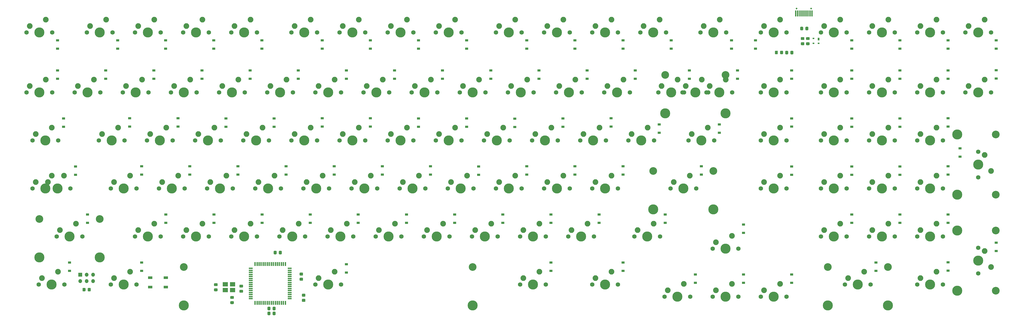
<source format=gbr>
%TF.GenerationSoftware,KiCad,Pcbnew,(5.1.6)-1*%
%TF.CreationDate,2020-07-26T12:10:16+02:00*%
%TF.ProjectId,Proyecto CFS,50726f79-6563-4746-9f20-4346532e6b69,rev?*%
%TF.SameCoordinates,Original*%
%TF.FileFunction,Soldermask,Bot*%
%TF.FilePolarity,Negative*%
%FSLAX46Y46*%
G04 Gerber Fmt 4.6, Leading zero omitted, Abs format (unit mm)*
G04 Created by KiCad (PCBNEW (5.1.6)-1) date 2020-07-26 12:10:16*
%MOMM*%
%LPD*%
G01*
G04 APERTURE LIST*
%ADD10R,0.600000X2.450000*%
%ADD11R,0.300000X2.450000*%
%ADD12C,0.650000*%
%ADD13C,2.250000*%
%ADD14C,3.987800*%
%ADD15C,1.750000*%
%ADD16R,1.200000X0.900000*%
%ADD17R,2.100000X1.800000*%
%ADD18C,3.048000*%
%ADD19R,1.800000X1.100000*%
%ADD20O,1.524000X1.524000*%
%ADD21R,1.524000X1.524000*%
%ADD22R,0.700000X1.000000*%
%ADD23R,0.700000X0.600000*%
%ADD24R,1.500000X0.550000*%
%ADD25R,0.550000X1.500000*%
G04 APERTURE END LIST*
D10*
%TO.C,USB1*%
X286675000Y-75800000D03*
X280225000Y-75800000D03*
X285900000Y-75800000D03*
X281000000Y-75800000D03*
D11*
X281700000Y-75800000D03*
X285200000Y-75800000D03*
X282200000Y-75800000D03*
X284700000Y-75800000D03*
X282700000Y-75800000D03*
X284200000Y-75800000D03*
X283700000Y-75800000D03*
X283200000Y-75800000D03*
D12*
X286340000Y-73855000D03*
X280560000Y-73855000D03*
%TD*%
D13*
%TO.C,MX79*%
X274002500Y-78263750D03*
D14*
X271462500Y-83343750D03*
D13*
X267652500Y-80803750D03*
D15*
X266382500Y-83343750D03*
X276542500Y-83343750D03*
%TD*%
D13*
%TO.C,MX45*%
X145415000Y-78263750D03*
D14*
X142875000Y-83343750D03*
D13*
X139065000Y-80803750D03*
D15*
X137795000Y-83343750D03*
X147955000Y-83343750D03*
%TD*%
D13*
%TO.C,MX95*%
X335915000Y-102076250D03*
D14*
X333375000Y-107156250D03*
D13*
X329565000Y-104616250D03*
D15*
X328295000Y-107156250D03*
X338455000Y-107156250D03*
%TD*%
D16*
%TO.C,D101*%
X359568750Y-169987500D03*
X359568750Y-166687500D03*
%TD*%
%TO.C,D99*%
X359575000Y-101650000D03*
X359575000Y-98350000D03*
%TD*%
%TO.C,D97*%
X340500000Y-177830000D03*
X340500000Y-174530000D03*
%TD*%
%TO.C,D95*%
X340518750Y-139751250D03*
X340518750Y-136451250D03*
%TD*%
%TO.C,D85*%
X302418750Y-158820000D03*
X302418750Y-155520000D03*
%TD*%
%TO.C,D84*%
X302418750Y-139780000D03*
X302418750Y-136480000D03*
%TD*%
%TO.C,D82*%
X302418750Y-101672500D03*
X302418750Y-98372500D03*
%TD*%
%TO.C,D80*%
X278606250Y-139762500D03*
X278606250Y-136462500D03*
%TD*%
%TO.C,D78*%
X278606250Y-101672500D03*
X278606250Y-98372500D03*
%TD*%
%TO.C,D72*%
X242887500Y-139751250D03*
X242887500Y-136451250D03*
%TD*%
%TO.C,D64*%
X228600000Y-158812500D03*
X228600000Y-155512500D03*
%TD*%
%TO.C,D63*%
X211931250Y-139751250D03*
X211931250Y-136451250D03*
%TD*%
%TO.C,D61*%
X197643750Y-101672500D03*
X197643750Y-98372500D03*
%TD*%
%TO.C,D58*%
X192881250Y-139751250D03*
X192881250Y-136451250D03*
%TD*%
%TO.C,D56*%
X178593750Y-101672500D03*
X178593750Y-98372500D03*
%TD*%
%TO.C,D54*%
X183356250Y-177862500D03*
X183356250Y-174562500D03*
%TD*%
%TO.C,D53*%
X183356250Y-158821250D03*
X183356250Y-155521250D03*
%TD*%
%TO.C,D52*%
X173831250Y-139751250D03*
X173831250Y-136451250D03*
%TD*%
%TO.C,D50*%
X159543750Y-101672500D03*
X159543750Y-98372500D03*
%TD*%
%TO.C,D48*%
X164306250Y-158830000D03*
X164306250Y-155530000D03*
%TD*%
%TO.C,D45*%
X140420000Y-101670000D03*
X140420000Y-98370000D03*
%TD*%
%TO.C,D43*%
X145256250Y-158830000D03*
X145256250Y-155530000D03*
%TD*%
%TO.C,D42*%
X135731250Y-139751250D03*
X135731250Y-136451250D03*
%TD*%
%TO.C,D40*%
X121443750Y-101672500D03*
X121443750Y-98372500D03*
%TD*%
%TO.C,D38*%
X126206250Y-158821250D03*
X126206250Y-155521250D03*
%TD*%
%TO.C,D37*%
X116681250Y-139751250D03*
X116681250Y-136451250D03*
%TD*%
%TO.C,D35*%
X102393750Y-101672500D03*
X102393750Y-98372500D03*
%TD*%
%TO.C,D31*%
X97631250Y-139751250D03*
X97631250Y-136451250D03*
%TD*%
%TO.C,D29*%
X83343750Y-101672500D03*
X83343750Y-98372500D03*
%TD*%
%TO.C,D27*%
X88106250Y-158821250D03*
X88106250Y-155521250D03*
%TD*%
%TO.C,D26*%
X78525000Y-139750000D03*
X78525000Y-136450000D03*
%TD*%
%TO.C,D24*%
X64293750Y-101672500D03*
X64293750Y-98372500D03*
%TD*%
%TO.C,D22*%
X69056250Y-158850000D03*
X69056250Y-155550000D03*
%TD*%
%TO.C,D21*%
X59531250Y-139751250D03*
X59531250Y-136451250D03*
%TD*%
%TO.C,D19*%
X45243750Y-101672500D03*
X45243750Y-98372500D03*
%TD*%
%TO.C,D17*%
X21431250Y-177862500D03*
X21431250Y-174562500D03*
%TD*%
%TO.C,D16*%
X50006250Y-158850000D03*
X50006250Y-155550000D03*
%TD*%
%TO.C,D15*%
X40411250Y-139751250D03*
X40411250Y-136451250D03*
%TD*%
%TO.C,D13*%
X26193750Y-101672500D03*
X26193750Y-98372500D03*
%TD*%
%TO.C,D11*%
X30956250Y-158850000D03*
X30956250Y-155550000D03*
%TD*%
%TO.C,D10*%
X21431250Y-139751250D03*
X21431250Y-136451250D03*
%TD*%
%TO.C,D8*%
X7143750Y-101672500D03*
X7143750Y-98372500D03*
%TD*%
%TO.C,D6*%
X-7143750Y-177862500D03*
X-7143750Y-174562500D03*
%TD*%
%TO.C,D5*%
X0Y-158850000D03*
X0Y-155550000D03*
%TD*%
%TO.C,D4*%
X-4762500Y-139762500D03*
X-4762500Y-136462500D03*
%TD*%
%TO.C,D2*%
X-11906250Y-101662500D03*
X-11906250Y-98362500D03*
%TD*%
D17*
%TO.C,Y1*%
X54500000Y-185525000D03*
X57400000Y-185525000D03*
X57400000Y-183225000D03*
X54500000Y-183225000D03*
%TD*%
%TO.C,F1*%
G36*
G01*
X284062500Y-82225001D02*
X284062500Y-81324999D01*
G75*
G02*
X284312499Y-81075000I249999J0D01*
G01*
X284962501Y-81075000D01*
G75*
G02*
X285212500Y-81324999I0J-249999D01*
G01*
X285212500Y-82225001D01*
G75*
G02*
X284962501Y-82475000I-249999J0D01*
G01*
X284312499Y-82475000D01*
G75*
G02*
X284062500Y-82225001I0J249999D01*
G01*
G37*
G36*
G01*
X282012500Y-82225001D02*
X282012500Y-81324999D01*
G75*
G02*
X282262499Y-81075000I249999J0D01*
G01*
X282912501Y-81075000D01*
G75*
G02*
X283162500Y-81324999I0J-249999D01*
G01*
X283162500Y-82225001D01*
G75*
G02*
X282912501Y-82475000I-249999J0D01*
G01*
X282262499Y-82475000D01*
G75*
G02*
X282012500Y-82225001I0J249999D01*
G01*
G37*
%TD*%
D13*
%TO.C,MX103*%
X357505000Y-176371250D03*
D14*
X352425000Y-173831250D03*
D13*
X354965000Y-170021250D03*
D15*
X352425000Y-168751250D03*
X352425000Y-178911250D03*
D18*
X359410000Y-161925000D03*
X359410000Y-185737500D03*
D14*
X344170000Y-161925000D03*
X344170000Y-185737500D03*
%TD*%
D13*
%TO.C,MX102*%
X357505000Y-138271250D03*
D14*
X352425000Y-135731250D03*
D13*
X354965000Y-131921250D03*
D15*
X352425000Y-130651250D03*
X352425000Y-140811250D03*
D18*
X359410000Y-123825000D03*
X359410000Y-147637500D03*
D14*
X344170000Y-123825000D03*
X344170000Y-147637500D03*
%TD*%
D13*
%TO.C,MX88*%
X307340000Y-178276250D03*
D14*
X304800000Y-183356250D03*
D13*
X300990000Y-180816250D03*
D15*
X299720000Y-183356250D03*
X309880000Y-183356250D03*
D18*
X292893750Y-176371250D03*
X316706250Y-176371250D03*
D14*
X292893750Y-191611250D03*
X316706250Y-191611250D03*
%TD*%
D13*
%TO.C,MX104*%
X274002500Y-183038750D03*
D14*
X271462500Y-188118750D03*
D13*
X267652500Y-185578750D03*
D15*
X266382500Y-188118750D03*
X276542500Y-188118750D03*
%TD*%
D13*
%TO.C,MX39*%
X121602500Y-159226250D03*
D14*
X119062500Y-164306250D03*
D13*
X115252500Y-161766250D03*
D15*
X113982500Y-164306250D03*
X124142500Y-164306250D03*
%TD*%
D13*
%TO.C,MX43*%
X131127500Y-140176250D03*
D14*
X128587500Y-145256250D03*
D13*
X124777500Y-142716250D03*
D15*
X123507500Y-145256250D03*
X133667500Y-145256250D03*
%TD*%
D13*
%TO.C,MX34*%
X97790000Y-178276250D03*
D14*
X95250000Y-183356250D03*
D13*
X91440000Y-180816250D03*
D15*
X90170000Y-183356250D03*
X100330000Y-183356250D03*
D18*
X38100000Y-176371250D03*
X152400000Y-176371250D03*
D14*
X38100000Y-191611250D03*
X152400000Y-191611250D03*
%TD*%
D13*
%TO.C,MX33*%
X102552500Y-159226250D03*
D14*
X100012500Y-164306250D03*
D13*
X96202500Y-161766250D03*
D15*
X94932500Y-164306250D03*
X105092500Y-164306250D03*
%TD*%
D13*
%TO.C,MX32*%
X93027500Y-140176250D03*
D14*
X90487500Y-145256250D03*
D13*
X86677500Y-142716250D03*
D15*
X85407500Y-145256250D03*
X95567500Y-145256250D03*
%TD*%
D13*
%TO.C,MX48*%
X150177500Y-140176250D03*
D14*
X147637500Y-145256250D03*
D13*
X143827500Y-142716250D03*
D15*
X142557500Y-145256250D03*
X152717500Y-145256250D03*
%TD*%
D13*
%TO.C,MX31*%
X88265000Y-121126250D03*
D14*
X85725000Y-126206250D03*
D13*
X81915000Y-123666250D03*
D15*
X80645000Y-126206250D03*
X90805000Y-126206250D03*
%TD*%
D13*
%TO.C,MX44*%
X140652500Y-159226250D03*
D14*
X138112500Y-164306250D03*
D13*
X134302500Y-161766250D03*
D15*
X133032500Y-164306250D03*
X143192500Y-164306250D03*
%TD*%
D13*
%TO.C,MX40*%
X126365000Y-78263750D03*
D14*
X123825000Y-83343750D03*
D13*
X120015000Y-80803750D03*
D15*
X118745000Y-83343750D03*
X128905000Y-83343750D03*
%TD*%
D13*
%TO.C,MX36*%
X97790000Y-102076250D03*
D14*
X95250000Y-107156250D03*
D13*
X91440000Y-104616250D03*
D15*
X90170000Y-107156250D03*
X100330000Y-107156250D03*
%TD*%
D13*
%TO.C,MX46*%
X135890000Y-102076250D03*
D14*
X133350000Y-107156250D03*
D13*
X129540000Y-104616250D03*
D15*
X128270000Y-107156250D03*
X138430000Y-107156250D03*
%TD*%
D13*
%TO.C,MX41*%
X116840000Y-102076250D03*
D14*
X114300000Y-107156250D03*
D13*
X110490000Y-104616250D03*
D15*
X109220000Y-107156250D03*
X119380000Y-107156250D03*
%TD*%
D13*
%TO.C,MX42*%
X126365000Y-121126250D03*
D14*
X123825000Y-126206250D03*
D13*
X120015000Y-123666250D03*
D15*
X118745000Y-126206250D03*
X128905000Y-126206250D03*
%TD*%
D13*
%TO.C,MX38*%
X112077500Y-140176250D03*
D14*
X109537500Y-145256250D03*
D13*
X105727500Y-142716250D03*
D15*
X104457500Y-145256250D03*
X114617500Y-145256250D03*
%TD*%
D13*
%TO.C,MX35*%
X107315000Y-78263750D03*
D14*
X104775000Y-83343750D03*
D13*
X100965000Y-80803750D03*
D15*
X99695000Y-83343750D03*
X109855000Y-83343750D03*
%TD*%
D13*
%TO.C,MX37*%
X107315000Y-121126250D03*
D14*
X104775000Y-126206250D03*
D13*
X100965000Y-123666250D03*
D15*
X99695000Y-126206250D03*
X109855000Y-126206250D03*
%TD*%
D13*
%TO.C,MX47*%
X145415000Y-121126250D03*
D14*
X142875000Y-126206250D03*
D13*
X139065000Y-123666250D03*
D15*
X137795000Y-126206250D03*
X147955000Y-126206250D03*
%TD*%
D13*
%TO.C,MX89*%
X316865000Y-78263750D03*
D14*
X314325000Y-83343750D03*
D13*
X310515000Y-80803750D03*
D15*
X309245000Y-83343750D03*
X319405000Y-83343750D03*
%TD*%
D13*
%TO.C,MX87*%
X297815000Y-159226250D03*
D14*
X295275000Y-164306250D03*
D13*
X291465000Y-161766250D03*
D15*
X290195000Y-164306250D03*
X300355000Y-164306250D03*
%TD*%
D13*
%TO.C,MX100*%
X354965000Y-78263750D03*
D14*
X352425000Y-83343750D03*
D13*
X348615000Y-80803750D03*
D15*
X347345000Y-83343750D03*
X357505000Y-83343750D03*
%TD*%
D13*
%TO.C,MX94*%
X335915000Y-78263750D03*
D14*
X333375000Y-83343750D03*
D13*
X329565000Y-80803750D03*
D15*
X328295000Y-83343750D03*
X338455000Y-83343750D03*
%TD*%
D13*
%TO.C,MX86*%
X297815000Y-140176250D03*
D14*
X295275000Y-145256250D03*
D13*
X291465000Y-142716250D03*
D15*
X290195000Y-145256250D03*
X300355000Y-145256250D03*
%TD*%
D13*
%TO.C,MX101*%
X354965000Y-102076250D03*
D14*
X352425000Y-107156250D03*
D13*
X348615000Y-104616250D03*
D15*
X347345000Y-107156250D03*
X357505000Y-107156250D03*
%TD*%
D13*
%TO.C,MX97*%
X335915000Y-140176250D03*
D14*
X333375000Y-145256250D03*
D13*
X329565000Y-142716250D03*
D15*
X328295000Y-145256250D03*
X338455000Y-145256250D03*
%TD*%
D13*
%TO.C,MX99*%
X335915000Y-178276250D03*
D14*
X333375000Y-183356250D03*
D13*
X329565000Y-180816250D03*
D15*
X328295000Y-183356250D03*
X338455000Y-183356250D03*
%TD*%
D13*
%TO.C,MX93*%
X316865000Y-159226250D03*
D14*
X314325000Y-164306250D03*
D13*
X310515000Y-161766250D03*
D15*
X309245000Y-164306250D03*
X319405000Y-164306250D03*
%TD*%
D13*
%TO.C,MX98*%
X335915000Y-159226250D03*
D14*
X333375000Y-164306250D03*
D13*
X329565000Y-161766250D03*
D15*
X328295000Y-164306250D03*
X338455000Y-164306250D03*
%TD*%
D13*
%TO.C,MX92*%
X316865000Y-140176250D03*
D14*
X314325000Y-145256250D03*
D13*
X310515000Y-142716250D03*
D15*
X309245000Y-145256250D03*
X319405000Y-145256250D03*
%TD*%
D13*
%TO.C,MX96*%
X335915000Y-121126250D03*
D14*
X333375000Y-126206250D03*
D13*
X329565000Y-123666250D03*
D15*
X328295000Y-126206250D03*
X338455000Y-126206250D03*
%TD*%
D13*
%TO.C,MX90*%
X316865000Y-102076250D03*
D14*
X314325000Y-107156250D03*
D13*
X310515000Y-104616250D03*
D15*
X309245000Y-107156250D03*
X319405000Y-107156250D03*
%TD*%
D13*
%TO.C,MX91*%
X316865000Y-121126250D03*
D14*
X314325000Y-126206250D03*
D13*
X310515000Y-123666250D03*
D15*
X309245000Y-126206250D03*
X319405000Y-126206250D03*
%TD*%
D19*
%TO.C,SW1*%
X24750000Y-184350000D03*
X30950000Y-184350000D03*
X24750000Y-180650000D03*
X30950000Y-180650000D03*
%TD*%
D13*
%TO.C,MX72*%
X245427500Y-121126250D03*
D14*
X242887500Y-126206250D03*
D13*
X239077500Y-123666250D03*
D15*
X237807500Y-126206250D03*
X247967500Y-126206250D03*
%TD*%
D13*
%TO.C,MX4*%
X-14128750Y-140176250D03*
D14*
X-16668750Y-145256250D03*
D13*
X-20478750Y-142716250D03*
D15*
X-21748750Y-145256250D03*
X-11588750Y-145256250D03*
%TD*%
D13*
%TO.C,MX60*%
X197802500Y-159226250D03*
D14*
X195262500Y-164306250D03*
D13*
X191452500Y-161766250D03*
D15*
X190182500Y-164306250D03*
X200342500Y-164306250D03*
%TD*%
D13*
%TO.C,MX51*%
X154940000Y-102076250D03*
D14*
X152400000Y-107156250D03*
D13*
X148590000Y-104616250D03*
D15*
X147320000Y-107156250D03*
X157480000Y-107156250D03*
%TD*%
D13*
%TO.C,MX50*%
X169227500Y-78263750D03*
D14*
X166687500Y-83343750D03*
D13*
X162877500Y-80803750D03*
D15*
X161607500Y-83343750D03*
X171767500Y-83343750D03*
%TD*%
D13*
%TO.C,MX59*%
X188277500Y-140176250D03*
D14*
X185737500Y-145256250D03*
D13*
X181927500Y-142716250D03*
D15*
X180657500Y-145256250D03*
X190817500Y-145256250D03*
%TD*%
D13*
%TO.C,MX57*%
X173990000Y-102076250D03*
D14*
X171450000Y-107156250D03*
D13*
X167640000Y-104616250D03*
D15*
X166370000Y-107156250D03*
X176530000Y-107156250D03*
%TD*%
D13*
%TO.C,MX49*%
X159702500Y-159226250D03*
D14*
X157162500Y-164306250D03*
D13*
X153352500Y-161766250D03*
D15*
X152082500Y-164306250D03*
X162242500Y-164306250D03*
%TD*%
D13*
%TO.C,MX66*%
X207327500Y-178276250D03*
D14*
X204787500Y-183356250D03*
D13*
X200977500Y-180816250D03*
D15*
X199707500Y-183356250D03*
X209867500Y-183356250D03*
%TD*%
D13*
%TO.C,MX55*%
X178752500Y-178276250D03*
D14*
X176212500Y-183356250D03*
D13*
X172402500Y-180816250D03*
D15*
X171132500Y-183356250D03*
X181292500Y-183356250D03*
%TD*%
D13*
%TO.C,MX63*%
X202565000Y-121126250D03*
D14*
X200025000Y-126206250D03*
D13*
X196215000Y-123666250D03*
D15*
X194945000Y-126206250D03*
X205105000Y-126206250D03*
%TD*%
D13*
%TO.C,MX58*%
X183515000Y-121126250D03*
D14*
X180975000Y-126206250D03*
D13*
X177165000Y-123666250D03*
D15*
X175895000Y-126206250D03*
X186055000Y-126206250D03*
%TD*%
D13*
%TO.C,MX64*%
X207327500Y-140176250D03*
D14*
X204787500Y-145256250D03*
D13*
X200977500Y-142716250D03*
D15*
X199707500Y-145256250D03*
X209867500Y-145256250D03*
%TD*%
D13*
%TO.C,MX54*%
X178752500Y-159226250D03*
D14*
X176212500Y-164306250D03*
D13*
X172402500Y-161766250D03*
D15*
X171132500Y-164306250D03*
X181292500Y-164306250D03*
%TD*%
D13*
%TO.C,MX65*%
X223996250Y-159226250D03*
D14*
X221456250Y-164306250D03*
D13*
X217646250Y-161766250D03*
D15*
X216376250Y-164306250D03*
X226536250Y-164306250D03*
%TD*%
D13*
%TO.C,MX56*%
X188277500Y-78263750D03*
D14*
X185737500Y-83343750D03*
D13*
X181927500Y-80803750D03*
D15*
X180657500Y-83343750D03*
X190817500Y-83343750D03*
%TD*%
D13*
%TO.C,MX53*%
X169227500Y-140176250D03*
D14*
X166687500Y-145256250D03*
D13*
X162877500Y-142716250D03*
D15*
X161607500Y-145256250D03*
X171767500Y-145256250D03*
%TD*%
D13*
%TO.C,MX61*%
X207327500Y-78263750D03*
D14*
X204787500Y-83343750D03*
D13*
X200977500Y-80803750D03*
D15*
X199707500Y-83343750D03*
X209867500Y-83343750D03*
%TD*%
D13*
%TO.C,MX62*%
X193040000Y-102076250D03*
D14*
X190500000Y-107156250D03*
D13*
X186690000Y-104616250D03*
D15*
X185420000Y-107156250D03*
X195580000Y-107156250D03*
%TD*%
D13*
%TO.C,MX52*%
X164465000Y-121126250D03*
D14*
X161925000Y-126206250D03*
D13*
X158115000Y-123666250D03*
D15*
X156845000Y-126206250D03*
X167005000Y-126206250D03*
%TD*%
D13*
%TO.C,MX85*%
X297815000Y-121126250D03*
D14*
X295275000Y-126206250D03*
D13*
X291465000Y-123666250D03*
D15*
X290195000Y-126206250D03*
X300355000Y-126206250D03*
%TD*%
D13*
%TO.C,MX81*%
X274002500Y-121126250D03*
D14*
X271462500Y-126206250D03*
D13*
X267652500Y-123666250D03*
D15*
X266382500Y-126206250D03*
X276542500Y-126206250D03*
%TD*%
D13*
%TO.C,MX76*%
X250190000Y-78263750D03*
D14*
X247650000Y-83343750D03*
D13*
X243840000Y-80803750D03*
D15*
X242570000Y-83343750D03*
X252730000Y-83343750D03*
%TD*%
D13*
%TO.C,MX82*%
X274002500Y-140176250D03*
D14*
X271462500Y-145256250D03*
D13*
X267652500Y-142716250D03*
D15*
X266382500Y-145256250D03*
X276542500Y-145256250D03*
%TD*%
D13*
%TO.C,MX69*%
X221615000Y-121126250D03*
D14*
X219075000Y-126206250D03*
D13*
X215265000Y-123666250D03*
D15*
X213995000Y-126206250D03*
X224155000Y-126206250D03*
%TD*%
D13*
%TO.C,MX83*%
X297815000Y-78263750D03*
D14*
X295275000Y-83343750D03*
D13*
X291465000Y-80803750D03*
D15*
X290195000Y-83343750D03*
X300355000Y-83343750D03*
%TD*%
D13*
%TO.C,MX78*%
X252571250Y-102076250D03*
D14*
X250031250Y-107156250D03*
D13*
X246221250Y-104616250D03*
D15*
X244951250Y-107156250D03*
X255111250Y-107156250D03*
%TD*%
D13*
%TO.C,MX80*%
X274002500Y-102076250D03*
D14*
X271462500Y-107156250D03*
D13*
X267652500Y-104616250D03*
D15*
X266382500Y-107156250D03*
X276542500Y-107156250D03*
%TD*%
D13*
%TO.C,MX84*%
X297815000Y-102076250D03*
D14*
X295275000Y-107156250D03*
D13*
X291465000Y-104616250D03*
D15*
X290195000Y-107156250D03*
X300355000Y-107156250D03*
%TD*%
D13*
%TO.C,MX77*%
X243046250Y-102076250D03*
D14*
X240506250Y-107156250D03*
D13*
X236696250Y-104616250D03*
D15*
X235426250Y-107156250D03*
X245586250Y-107156250D03*
D18*
X228600000Y-100171250D03*
X252412500Y-100171250D03*
D14*
X228600000Y-115411250D03*
X252412500Y-115411250D03*
%TD*%
D13*
%TO.C,MX73*%
X238283750Y-140176250D03*
D14*
X235743750Y-145256250D03*
D13*
X231933750Y-142716250D03*
D15*
X230663750Y-145256250D03*
X240823750Y-145256250D03*
D18*
X223837500Y-138271250D03*
X247650000Y-138271250D03*
D14*
X223837500Y-153511250D03*
X247650000Y-153511250D03*
%TD*%
D13*
%TO.C,MX74*%
X254952500Y-163988750D03*
D14*
X252412500Y-169068750D03*
D13*
X248602500Y-166528750D03*
D15*
X247332500Y-169068750D03*
X257492500Y-169068750D03*
%TD*%
D13*
%TO.C,MX71*%
X233521250Y-102076250D03*
D14*
X230981250Y-107156250D03*
D13*
X227171250Y-104616250D03*
D15*
X225901250Y-107156250D03*
X236061250Y-107156250D03*
%TD*%
D13*
%TO.C,MX70*%
X235902500Y-183038750D03*
D14*
X233362500Y-188118750D03*
D13*
X229552500Y-185578750D03*
D15*
X228282500Y-188118750D03*
X238442500Y-188118750D03*
%TD*%
D13*
%TO.C,MX68*%
X212090000Y-102076250D03*
D14*
X209550000Y-107156250D03*
D13*
X205740000Y-104616250D03*
D15*
X204470000Y-107156250D03*
X214630000Y-107156250D03*
%TD*%
D13*
%TO.C,MX75*%
X254952500Y-183038750D03*
D14*
X252412500Y-188118750D03*
D13*
X248602500Y-185578750D03*
D15*
X247332500Y-188118750D03*
X257492500Y-188118750D03*
%TD*%
D13*
%TO.C,MX67*%
X226377500Y-78263750D03*
D14*
X223837500Y-83343750D03*
D13*
X220027500Y-80803750D03*
D15*
X218757500Y-83343750D03*
X228917500Y-83343750D03*
%TD*%
D13*
%TO.C,MX10*%
X12065000Y-121126250D03*
D14*
X9525000Y-126206250D03*
D13*
X5715000Y-123666250D03*
D15*
X4445000Y-126206250D03*
X14605000Y-126206250D03*
%TD*%
D13*
%TO.C,MX3*%
X-14128750Y-121126250D03*
D14*
X-16668750Y-126206250D03*
D13*
X-20478750Y-123666250D03*
D15*
X-21748750Y-126206250D03*
X-11588750Y-126206250D03*
%TD*%
D13*
%TO.C,MX1*%
X-16510000Y-78263750D03*
D14*
X-19050000Y-83343750D03*
D13*
X-22860000Y-80803750D03*
D15*
X-24130000Y-83343750D03*
X-13970000Y-83343750D03*
%TD*%
D13*
%TO.C,MX11*%
X16827500Y-140176250D03*
D14*
X14287500Y-145256250D03*
D13*
X10477500Y-142716250D03*
D15*
X9207500Y-145256250D03*
X19367500Y-145256250D03*
%TD*%
D13*
%TO.C,MX2*%
X-16510000Y-102076250D03*
D14*
X-19050000Y-107156250D03*
D13*
X-22860000Y-104616250D03*
D15*
X-24130000Y-107156250D03*
X-13970000Y-107156250D03*
%TD*%
D13*
%TO.C,MX6*%
X-11747500Y-178276250D03*
D14*
X-14287500Y-183356250D03*
D13*
X-18097500Y-180816250D03*
D15*
X-19367500Y-183356250D03*
X-9207500Y-183356250D03*
%TD*%
D13*
%TO.C,MX12*%
X26352500Y-159226250D03*
D14*
X23812500Y-164306250D03*
D13*
X20002500Y-161766250D03*
D15*
X18732500Y-164306250D03*
X28892500Y-164306250D03*
%TD*%
D13*
%TO.C,MX5*%
X-4603750Y-159226250D03*
D14*
X-7143750Y-164306250D03*
D13*
X-10953750Y-161766250D03*
D15*
X-12223750Y-164306250D03*
X-2063750Y-164306250D03*
D18*
X-19050000Y-157321250D03*
X4762500Y-157321250D03*
D14*
X-19050000Y-172561250D03*
X4762500Y-172561250D03*
%TD*%
D13*
%TO.C,MX8*%
X7302500Y-78263750D03*
D14*
X4762500Y-83343750D03*
D13*
X952500Y-80803750D03*
D15*
X-317500Y-83343750D03*
X9842500Y-83343750D03*
%TD*%
D13*
%TO.C,MX9*%
X2540000Y-102076250D03*
D14*
X0Y-107156250D03*
D13*
X-3810000Y-104616250D03*
D15*
X-5080000Y-107156250D03*
X5080000Y-107156250D03*
%TD*%
D13*
%TO.C,MX7*%
X-9366250Y-140176250D03*
D14*
X-11906250Y-145256250D03*
D13*
X-15716250Y-142716250D03*
D15*
X-16986250Y-145256250D03*
X-6826250Y-145256250D03*
%TD*%
D13*
%TO.C,MX26*%
X69215000Y-121126250D03*
D14*
X66675000Y-126206250D03*
D13*
X62865000Y-123666250D03*
D15*
X61595000Y-126206250D03*
X71755000Y-126206250D03*
%TD*%
D13*
%TO.C,MX16*%
X35877500Y-140176250D03*
D14*
X33337500Y-145256250D03*
D13*
X29527500Y-142716250D03*
D15*
X28257500Y-145256250D03*
X38417500Y-145256250D03*
%TD*%
D13*
%TO.C,MX15*%
X31115000Y-121126250D03*
D14*
X28575000Y-126206250D03*
D13*
X24765000Y-123666250D03*
D15*
X23495000Y-126206250D03*
X33655000Y-126206250D03*
%TD*%
D13*
%TO.C,MX14*%
X21590000Y-102076250D03*
D14*
X19050000Y-107156250D03*
D13*
X15240000Y-104616250D03*
D15*
X13970000Y-107156250D03*
X24130000Y-107156250D03*
%TD*%
D13*
%TO.C,MX13*%
X26352500Y-78263750D03*
D14*
X23812500Y-83343750D03*
D13*
X20002500Y-80803750D03*
D15*
X18732500Y-83343750D03*
X28892500Y-83343750D03*
%TD*%
D13*
%TO.C,MX23*%
X64452500Y-159226250D03*
D14*
X61912500Y-164306250D03*
D13*
X58102500Y-161766250D03*
D15*
X56832500Y-164306250D03*
X66992500Y-164306250D03*
%TD*%
D13*
%TO.C,MX21*%
X50165000Y-121126250D03*
D14*
X47625000Y-126206250D03*
D13*
X43815000Y-123666250D03*
D15*
X42545000Y-126206250D03*
X52705000Y-126206250D03*
%TD*%
D13*
%TO.C,MX29*%
X88265000Y-78263750D03*
D14*
X85725000Y-83343750D03*
D13*
X81915000Y-80803750D03*
D15*
X80645000Y-83343750D03*
X90805000Y-83343750D03*
%TD*%
D13*
%TO.C,MX24*%
X64452500Y-78263750D03*
D14*
X61912500Y-83343750D03*
D13*
X58102500Y-80803750D03*
D15*
X56832500Y-83343750D03*
X66992500Y-83343750D03*
%TD*%
D13*
%TO.C,MX17*%
X45402500Y-159226250D03*
D14*
X42862500Y-164306250D03*
D13*
X39052500Y-161766250D03*
D15*
X37782500Y-164306250D03*
X47942500Y-164306250D03*
%TD*%
D13*
%TO.C,MX20*%
X40640000Y-102076250D03*
D14*
X38100000Y-107156250D03*
D13*
X34290000Y-104616250D03*
D15*
X33020000Y-107156250D03*
X43180000Y-107156250D03*
%TD*%
D13*
%TO.C,MX28*%
X83502500Y-159226250D03*
D14*
X80962500Y-164306250D03*
D13*
X77152500Y-161766250D03*
D15*
X75882500Y-164306250D03*
X86042500Y-164306250D03*
%TD*%
D13*
%TO.C,MX25*%
X59690000Y-102076250D03*
D14*
X57150000Y-107156250D03*
D13*
X53340000Y-104616250D03*
D15*
X52070000Y-107156250D03*
X62230000Y-107156250D03*
%TD*%
D13*
%TO.C,MX22*%
X54927500Y-140176250D03*
D14*
X52387500Y-145256250D03*
D13*
X48577500Y-142716250D03*
D15*
X47307500Y-145256250D03*
X57467500Y-145256250D03*
%TD*%
D13*
%TO.C,MX30*%
X78740000Y-102076250D03*
D14*
X76200000Y-107156250D03*
D13*
X72390000Y-104616250D03*
D15*
X71120000Y-107156250D03*
X81280000Y-107156250D03*
%TD*%
D13*
%TO.C,MX19*%
X45402500Y-78263750D03*
D14*
X42862500Y-83343750D03*
D13*
X39052500Y-80803750D03*
D15*
X37782500Y-83343750D03*
X47942500Y-83343750D03*
%TD*%
D13*
%TO.C,MX18*%
X16827500Y-178276250D03*
D14*
X14287500Y-183356250D03*
D13*
X10477500Y-180816250D03*
D15*
X9207500Y-183356250D03*
X19367500Y-183356250D03*
%TD*%
D13*
%TO.C,MX27*%
X73977500Y-140176250D03*
D14*
X71437500Y-145256250D03*
D13*
X67627500Y-142716250D03*
D15*
X66357500Y-145256250D03*
X76517500Y-145256250D03*
%TD*%
D16*
%TO.C,D102*%
X278606250Y-182625000D03*
X278606250Y-179325000D03*
%TD*%
D20*
%TO.C,J1*%
X2190000Y-182000000D03*
X-350000Y-182000000D03*
X-2890000Y-182000000D03*
D21*
X-2890000Y-179460000D03*
D20*
X-350000Y-179460000D03*
X2190000Y-179460000D03*
%TD*%
D22*
%TO.C,U2*%
X289250000Y-85925000D03*
D23*
X287250000Y-85725000D03*
X289250000Y-87625000D03*
X287250000Y-87625000D03*
%TD*%
D24*
%TO.C,U1*%
X79975000Y-188925000D03*
X79975000Y-188125000D03*
X79975000Y-187325000D03*
X79975000Y-186525000D03*
X79975000Y-185725000D03*
X79975000Y-184925000D03*
X79975000Y-184125000D03*
X79975000Y-183325000D03*
X79975000Y-182525000D03*
X79975000Y-181725000D03*
X79975000Y-180925000D03*
X79975000Y-180125000D03*
X79975000Y-179325000D03*
X79975000Y-178525000D03*
X79975000Y-177725000D03*
X79975000Y-176925000D03*
D25*
X78275000Y-175225000D03*
X77475000Y-175225000D03*
X76675000Y-175225000D03*
X75875000Y-175225000D03*
X75075000Y-175225000D03*
X74275000Y-175225000D03*
X73475000Y-175225000D03*
X72675000Y-175225000D03*
X71875000Y-175225000D03*
X71075000Y-175225000D03*
X70275000Y-175225000D03*
X69475000Y-175225000D03*
X68675000Y-175225000D03*
X67875000Y-175225000D03*
X67075000Y-175225000D03*
X66275000Y-175225000D03*
D24*
X64575000Y-176925000D03*
X64575000Y-177725000D03*
X64575000Y-178525000D03*
X64575000Y-179325000D03*
X64575000Y-180125000D03*
X64575000Y-180925000D03*
X64575000Y-181725000D03*
X64575000Y-182525000D03*
X64575000Y-183325000D03*
X64575000Y-184125000D03*
X64575000Y-184925000D03*
X64575000Y-185725000D03*
X64575000Y-186525000D03*
X64575000Y-187325000D03*
X64575000Y-188125000D03*
X64575000Y-188925000D03*
D25*
X66275000Y-190625000D03*
X67075000Y-190625000D03*
X67875000Y-190625000D03*
X68675000Y-190625000D03*
X69475000Y-190625000D03*
X70275000Y-190625000D03*
X71075000Y-190625000D03*
X71875000Y-190625000D03*
X72675000Y-190625000D03*
X73475000Y-190625000D03*
X74275000Y-190625000D03*
X75075000Y-190625000D03*
X75875000Y-190625000D03*
X76675000Y-190625000D03*
X77475000Y-190625000D03*
X78275000Y-190625000D03*
%TD*%
%TO.C,RC7*%
G36*
G01*
X277224999Y-90874999D02*
X277224999Y-91775001D01*
G75*
G02*
X276975000Y-92025000I-249999J0D01*
G01*
X276324998Y-92025000D01*
G75*
G02*
X276074999Y-91775001I0J249999D01*
G01*
X276074999Y-90874999D01*
G75*
G02*
X276324998Y-90625000I249999J0D01*
G01*
X276975000Y-90625000D01*
G75*
G02*
X277224999Y-90874999I0J-249999D01*
G01*
G37*
G36*
G01*
X279274999Y-90874999D02*
X279274999Y-91775001D01*
G75*
G02*
X279025000Y-92025000I-249999J0D01*
G01*
X278374998Y-92025000D01*
G75*
G02*
X278124999Y-91775001I0J249999D01*
G01*
X278124999Y-90874999D01*
G75*
G02*
X278374998Y-90625000I249999J0D01*
G01*
X279025000Y-90625000D01*
G75*
G02*
X279274999Y-90874999I0J-249999D01*
G01*
G37*
%TD*%
%TO.C,RC6*%
G36*
G01*
X273150000Y-90824999D02*
X273150000Y-91725001D01*
G75*
G02*
X272900001Y-91975000I-249999J0D01*
G01*
X272249999Y-91975000D01*
G75*
G02*
X272000000Y-91725001I0J249999D01*
G01*
X272000000Y-90824999D01*
G75*
G02*
X272249999Y-90575000I249999J0D01*
G01*
X272900001Y-90575000D01*
G75*
G02*
X273150000Y-90824999I0J-249999D01*
G01*
G37*
G36*
G01*
X275200000Y-90824999D02*
X275200000Y-91725001D01*
G75*
G02*
X274950001Y-91975000I-249999J0D01*
G01*
X274299999Y-91975000D01*
G75*
G02*
X274050000Y-91725001I0J249999D01*
G01*
X274050000Y-90824999D01*
G75*
G02*
X274299999Y-90575000I249999J0D01*
G01*
X274950001Y-90575000D01*
G75*
G02*
X275200000Y-90824999I0J-249999D01*
G01*
G37*
%TD*%
%TO.C,RC4*%
G36*
G01*
X75700000Y-171100001D02*
X75700000Y-170199999D01*
G75*
G02*
X75949999Y-169950000I249999J0D01*
G01*
X76600001Y-169950000D01*
G75*
G02*
X76850000Y-170199999I0J-249999D01*
G01*
X76850000Y-171100001D01*
G75*
G02*
X76600001Y-171350000I-249999J0D01*
G01*
X75949999Y-171350000D01*
G75*
G02*
X75700000Y-171100001I0J249999D01*
G01*
G37*
G36*
G01*
X73650000Y-171100001D02*
X73650000Y-170199999D01*
G75*
G02*
X73899999Y-169950000I249999J0D01*
G01*
X74550001Y-169950000D01*
G75*
G02*
X74800000Y-170199999I0J-249999D01*
G01*
X74800000Y-171100001D01*
G75*
G02*
X74550001Y-171350000I-249999J0D01*
G01*
X73899999Y-171350000D01*
G75*
G02*
X73650000Y-171100001I0J249999D01*
G01*
G37*
%TD*%
%TO.C,RC3*%
G36*
G01*
X56724999Y-189925001D02*
X57625001Y-189925001D01*
G75*
G02*
X57875000Y-190175000I0J-249999D01*
G01*
X57875000Y-190825002D01*
G75*
G02*
X57625001Y-191075001I-249999J0D01*
G01*
X56724999Y-191075001D01*
G75*
G02*
X56475000Y-190825002I0J249999D01*
G01*
X56475000Y-190175000D01*
G75*
G02*
X56724999Y-189925001I249999J0D01*
G01*
G37*
G36*
G01*
X56724999Y-187875001D02*
X57625001Y-187875001D01*
G75*
G02*
X57875000Y-188125000I0J-249999D01*
G01*
X57875000Y-188775002D01*
G75*
G02*
X57625001Y-189025001I-249999J0D01*
G01*
X56724999Y-189025001D01*
G75*
G02*
X56475000Y-188775002I0J249999D01*
G01*
X56475000Y-188125000D01*
G75*
G02*
X56724999Y-187875001I249999J0D01*
G01*
G37*
%TD*%
%TO.C,RC2*%
G36*
G01*
X284574999Y-87225000D02*
X285475001Y-87225000D01*
G75*
G02*
X285725000Y-87474999I0J-249999D01*
G01*
X285725000Y-88125001D01*
G75*
G02*
X285475001Y-88375000I-249999J0D01*
G01*
X284574999Y-88375000D01*
G75*
G02*
X284325000Y-88125001I0J249999D01*
G01*
X284325000Y-87474999D01*
G75*
G02*
X284574999Y-87225000I249999J0D01*
G01*
G37*
G36*
G01*
X284574999Y-85175000D02*
X285475001Y-85175000D01*
G75*
G02*
X285725000Y-85424999I0J-249999D01*
G01*
X285725000Y-86075001D01*
G75*
G02*
X285475001Y-86325000I-249999J0D01*
G01*
X284574999Y-86325000D01*
G75*
G02*
X284325000Y-86075001I0J249999D01*
G01*
X284325000Y-85424999D01*
G75*
G02*
X284574999Y-85175000I249999J0D01*
G01*
G37*
%TD*%
%TO.C,RC1*%
G36*
G01*
X283400001Y-86325001D02*
X282499999Y-86325001D01*
G75*
G02*
X282250000Y-86075002I0J249999D01*
G01*
X282250000Y-85425000D01*
G75*
G02*
X282499999Y-85175001I249999J0D01*
G01*
X283400001Y-85175001D01*
G75*
G02*
X283650000Y-85425000I0J-249999D01*
G01*
X283650000Y-86075002D01*
G75*
G02*
X283400001Y-86325001I-249999J0D01*
G01*
G37*
G36*
G01*
X283400001Y-88375001D02*
X282499999Y-88375001D01*
G75*
G02*
X282250000Y-88125002I0J249999D01*
G01*
X282250000Y-87475000D01*
G75*
G02*
X282499999Y-87225001I249999J0D01*
G01*
X283400001Y-87225001D01*
G75*
G02*
X283650000Y-87475000I0J-249999D01*
G01*
X283650000Y-88125002D01*
G75*
G02*
X283400001Y-88375001I-249999J0D01*
G01*
G37*
%TD*%
D16*
%TO.C,D100*%
X345281250Y-132618750D03*
X345281250Y-129318750D03*
%TD*%
%TO.C,D98*%
X359560000Y-86470000D03*
X359560000Y-89770000D03*
%TD*%
%TO.C,D96*%
X340518750Y-158812500D03*
X340518750Y-155512500D03*
%TD*%
%TO.C,D94*%
X340475000Y-120675000D03*
X340475000Y-117375000D03*
%TD*%
%TO.C,D93*%
X340518750Y-101680000D03*
X340518750Y-98380000D03*
%TD*%
%TO.C,D92*%
X340518750Y-86456250D03*
X340518750Y-89756250D03*
%TD*%
%TO.C,D91*%
X321468750Y-158812500D03*
X321468750Y-155512500D03*
%TD*%
%TO.C,D90*%
X321468750Y-139762500D03*
X321468750Y-136462500D03*
%TD*%
%TO.C,D89*%
X321468750Y-120712500D03*
X321468750Y-117412500D03*
%TD*%
%TO.C,D88*%
X321468750Y-101662500D03*
X321468750Y-98362500D03*
%TD*%
%TO.C,D87*%
X321468750Y-86456250D03*
X321468750Y-89756250D03*
%TD*%
%TO.C,D86*%
X311943750Y-177862500D03*
X311943750Y-174562500D03*
%TD*%
%TO.C,D83*%
X302418750Y-120720000D03*
X302418750Y-117420000D03*
%TD*%
%TO.C,D81*%
X302410000Y-86470000D03*
X302410000Y-89770000D03*
%TD*%
%TO.C,D79*%
X278606250Y-120710000D03*
X278606250Y-117410000D03*
%TD*%
%TO.C,D77*%
X264318750Y-86456250D03*
X264318750Y-89756250D03*
%TD*%
%TO.C,D76*%
X257175000Y-101662500D03*
X257175000Y-98362500D03*
%TD*%
%TO.C,D75*%
X254810000Y-86450000D03*
X254810000Y-89750000D03*
%TD*%
%TO.C,D74*%
X259556250Y-182625000D03*
X259556250Y-179325000D03*
%TD*%
%TO.C,D73*%
X259556250Y-162843750D03*
X259556250Y-159543750D03*
%TD*%
%TO.C,D71*%
X250031250Y-123093750D03*
X250031250Y-119793750D03*
%TD*%
%TO.C,D70*%
X238125000Y-101662500D03*
X238125000Y-98362500D03*
%TD*%
%TO.C,D69*%
X240506250Y-182625000D03*
X240506250Y-179325000D03*
%TD*%
%TO.C,D68*%
X226218750Y-123093750D03*
X226218750Y-119793750D03*
%TD*%
%TO.C,D67*%
X216693750Y-101662500D03*
X216693750Y-98362500D03*
%TD*%
%TO.C,D66*%
X230981250Y-86456250D03*
X230981250Y-89756250D03*
%TD*%
%TO.C,D65*%
X211931250Y-177862500D03*
X211931250Y-174562500D03*
%TD*%
%TO.C,D62*%
X207140000Y-120640000D03*
X207140000Y-117340000D03*
%TD*%
%TO.C,D60*%
X211931250Y-86456250D03*
X211931250Y-89756250D03*
%TD*%
%TO.C,D59*%
X202406250Y-158812500D03*
X202406250Y-155512500D03*
%TD*%
%TO.C,D57*%
X188118750Y-120740000D03*
X188118750Y-117440000D03*
%TD*%
%TO.C,D55*%
X192881250Y-86456250D03*
X192881250Y-89756250D03*
%TD*%
%TO.C,D51*%
X169068750Y-120800000D03*
X169068750Y-117500000D03*
%TD*%
%TO.C,D49*%
X173831250Y-86456250D03*
X173831250Y-89756250D03*
%TD*%
%TO.C,D47*%
X154781250Y-139762500D03*
X154781250Y-136462500D03*
%TD*%
%TO.C,D46*%
X150018750Y-120770000D03*
X150018750Y-117470000D03*
%TD*%
%TO.C,D44*%
X150030000Y-86450000D03*
X150030000Y-89750000D03*
%TD*%
%TO.C,D41*%
X130968750Y-120712500D03*
X130968750Y-117412500D03*
%TD*%
%TO.C,D39*%
X130968750Y-86456250D03*
X130968750Y-89756250D03*
%TD*%
%TO.C,D36*%
X111890000Y-120680000D03*
X111890000Y-117380000D03*
%TD*%
%TO.C,D34*%
X111918750Y-86456250D03*
X111918750Y-89756250D03*
%TD*%
%TO.C,D33*%
X102393750Y-178593750D03*
X102393750Y-175293750D03*
%TD*%
%TO.C,D32*%
X107120000Y-158840000D03*
X107120000Y-155540000D03*
%TD*%
%TO.C,D30*%
X92868750Y-120690000D03*
X92868750Y-117390000D03*
%TD*%
%TO.C,D28*%
X92850000Y-86460000D03*
X92850000Y-89760000D03*
%TD*%
%TO.C,D25*%
X73818750Y-120712500D03*
X73818750Y-117412500D03*
%TD*%
%TO.C,D23*%
X69000000Y-86456250D03*
X69000000Y-89756250D03*
%TD*%
%TO.C,D20*%
X54768750Y-120750000D03*
X54768750Y-117450000D03*
%TD*%
%TO.C,D18*%
X49970000Y-86460000D03*
X49970000Y-89760000D03*
%TD*%
%TO.C,D14*%
X35790000Y-120680000D03*
X35790000Y-117380000D03*
%TD*%
%TO.C,D12*%
X30890000Y-86480000D03*
X30890000Y-89780000D03*
%TD*%
%TO.C,D9*%
X16668750Y-120660000D03*
X16668750Y-117360000D03*
%TD*%
%TO.C,D7*%
X11906250Y-86456250D03*
X11906250Y-89756250D03*
%TD*%
%TO.C,D3*%
X-9525000Y-120712500D03*
X-9525000Y-117412500D03*
%TD*%
%TO.C,D1*%
X-11906250Y-86456250D03*
X-11906250Y-89756250D03*
%TD*%
%TO.C,C8*%
G36*
G01*
X-825000Y-184899999D02*
X-825000Y-185800001D01*
G75*
G02*
X-1074999Y-186050000I-249999J0D01*
G01*
X-1725001Y-186050000D01*
G75*
G02*
X-1975000Y-185800001I0J249999D01*
G01*
X-1975000Y-184899999D01*
G75*
G02*
X-1725001Y-184650000I249999J0D01*
G01*
X-1074999Y-184650000D01*
G75*
G02*
X-825000Y-184899999I0J-249999D01*
G01*
G37*
G36*
G01*
X1225000Y-184899999D02*
X1225000Y-185800001D01*
G75*
G02*
X975001Y-186050000I-249999J0D01*
G01*
X324999Y-186050000D01*
G75*
G02*
X75000Y-185800001I0J249999D01*
G01*
X75000Y-184899999D01*
G75*
G02*
X324999Y-184650000I249999J0D01*
G01*
X975001Y-184650000D01*
G75*
G02*
X1225000Y-184899999I0J-249999D01*
G01*
G37*
%TD*%
%TO.C,C7*%
G36*
G01*
X85049999Y-189025001D02*
X85950001Y-189025001D01*
G75*
G02*
X86200000Y-189275000I0J-249999D01*
G01*
X86200000Y-189925002D01*
G75*
G02*
X85950001Y-190175001I-249999J0D01*
G01*
X85049999Y-190175001D01*
G75*
G02*
X84800000Y-189925002I0J249999D01*
G01*
X84800000Y-189275000D01*
G75*
G02*
X85049999Y-189025001I249999J0D01*
G01*
G37*
G36*
G01*
X85049999Y-186975001D02*
X85950001Y-186975001D01*
G75*
G02*
X86200000Y-187225000I0J-249999D01*
G01*
X86200000Y-187875002D01*
G75*
G02*
X85950001Y-188125001I-249999J0D01*
G01*
X85049999Y-188125001D01*
G75*
G02*
X84800000Y-187875002I0J249999D01*
G01*
X84800000Y-187225000D01*
G75*
G02*
X85049999Y-186975001I249999J0D01*
G01*
G37*
%TD*%
%TO.C,C6*%
G36*
G01*
X72350000Y-192374999D02*
X72350000Y-193275001D01*
G75*
G02*
X72100001Y-193525000I-249999J0D01*
G01*
X71449999Y-193525000D01*
G75*
G02*
X71200000Y-193275001I0J249999D01*
G01*
X71200000Y-192374999D01*
G75*
G02*
X71449999Y-192125000I249999J0D01*
G01*
X72100001Y-192125000D01*
G75*
G02*
X72350000Y-192374999I0J-249999D01*
G01*
G37*
G36*
G01*
X74400000Y-192374999D02*
X74400000Y-193275001D01*
G75*
G02*
X74150001Y-193525000I-249999J0D01*
G01*
X73499999Y-193525000D01*
G75*
G02*
X73250000Y-193275001I0J249999D01*
G01*
X73250000Y-192374999D01*
G75*
G02*
X73499999Y-192125000I249999J0D01*
G01*
X74150001Y-192125000D01*
G75*
G02*
X74400000Y-192374999I0J-249999D01*
G01*
G37*
%TD*%
%TO.C,C5*%
G36*
G01*
X85025001Y-179749999D02*
X84124999Y-179749999D01*
G75*
G02*
X83875000Y-179500000I0J249999D01*
G01*
X83875000Y-178849998D01*
G75*
G02*
X84124999Y-178599999I249999J0D01*
G01*
X85025001Y-178599999D01*
G75*
G02*
X85275000Y-178849998I0J-249999D01*
G01*
X85275000Y-179500000D01*
G75*
G02*
X85025001Y-179749999I-249999J0D01*
G01*
G37*
G36*
G01*
X85025001Y-181799999D02*
X84124999Y-181799999D01*
G75*
G02*
X83875000Y-181550000I0J249999D01*
G01*
X83875000Y-180899998D01*
G75*
G02*
X84124999Y-180649999I249999J0D01*
G01*
X85025001Y-180649999D01*
G75*
G02*
X85275000Y-180899998I0J-249999D01*
G01*
X85275000Y-181550000D01*
G75*
G02*
X85025001Y-181799999I-249999J0D01*
G01*
G37*
%TD*%
%TO.C,C4*%
G36*
G01*
X60349999Y-185425000D02*
X61250001Y-185425000D01*
G75*
G02*
X61500000Y-185674999I0J-249999D01*
G01*
X61500000Y-186325001D01*
G75*
G02*
X61250001Y-186575000I-249999J0D01*
G01*
X60349999Y-186575000D01*
G75*
G02*
X60100000Y-186325001I0J249999D01*
G01*
X60100000Y-185674999D01*
G75*
G02*
X60349999Y-185425000I249999J0D01*
G01*
G37*
G36*
G01*
X60349999Y-183375000D02*
X61250001Y-183375000D01*
G75*
G02*
X61500000Y-183624999I0J-249999D01*
G01*
X61500000Y-184275001D01*
G75*
G02*
X61250001Y-184525000I-249999J0D01*
G01*
X60349999Y-184525000D01*
G75*
G02*
X60100000Y-184275001I0J249999D01*
G01*
X60100000Y-183624999D01*
G75*
G02*
X60349999Y-183375000I249999J0D01*
G01*
G37*
%TD*%
%TO.C,C3*%
G36*
G01*
X50299999Y-184850000D02*
X51200001Y-184850000D01*
G75*
G02*
X51450000Y-185099999I0J-249999D01*
G01*
X51450000Y-185750001D01*
G75*
G02*
X51200001Y-186000000I-249999J0D01*
G01*
X50299999Y-186000000D01*
G75*
G02*
X50050000Y-185750001I0J249999D01*
G01*
X50050000Y-185099999D01*
G75*
G02*
X50299999Y-184850000I249999J0D01*
G01*
G37*
G36*
G01*
X50299999Y-182800000D02*
X51200001Y-182800000D01*
G75*
G02*
X51450000Y-183049999I0J-249999D01*
G01*
X51450000Y-183700001D01*
G75*
G02*
X51200001Y-183950000I-249999J0D01*
G01*
X50299999Y-183950000D01*
G75*
G02*
X50050000Y-183700001I0J249999D01*
G01*
X50050000Y-183049999D01*
G75*
G02*
X50299999Y-182800000I249999J0D01*
G01*
G37*
%TD*%
%TO.C,C2*%
G36*
G01*
X73250000Y-195225001D02*
X73250000Y-194324999D01*
G75*
G02*
X73499999Y-194075000I249999J0D01*
G01*
X74150001Y-194075000D01*
G75*
G02*
X74400000Y-194324999I0J-249999D01*
G01*
X74400000Y-195225001D01*
G75*
G02*
X74150001Y-195475000I-249999J0D01*
G01*
X73499999Y-195475000D01*
G75*
G02*
X73250000Y-195225001I0J249999D01*
G01*
G37*
G36*
G01*
X71200000Y-195225001D02*
X71200000Y-194324999D01*
G75*
G02*
X71449999Y-194075000I249999J0D01*
G01*
X72100001Y-194075000D01*
G75*
G02*
X72350000Y-194324999I0J-249999D01*
G01*
X72350000Y-195225001D01*
G75*
G02*
X72100001Y-195475000I-249999J0D01*
G01*
X71449999Y-195475000D01*
G75*
G02*
X71200000Y-195225001I0J249999D01*
G01*
G37*
%TD*%
M02*

</source>
